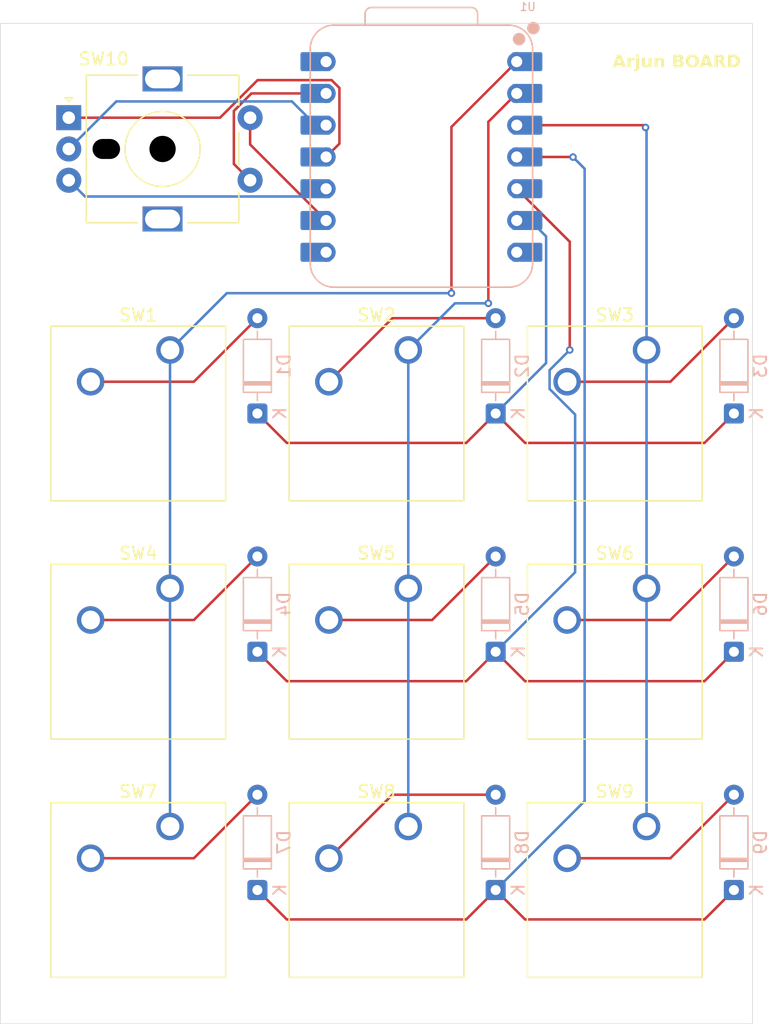
<source format=kicad_pcb>
(kicad_pcb (version 20241229) (generator "pcbnew") (generator_version "9.0")
  (layers (0 "F.Cu" signal) (2 "B.Cu" signal) (13 "F.Paste" user) (15 "B.Paste" user) (5 "F.SilkS" user "F.Silkscreen") (7 "B.SilkS" user "B.Silkscreen") (1 "F.Mask" user) (3 "B.Mask" user) (25 "Edge.Cuts" user))
  (net 0 "")
  (net 1 "Net-(D1-A)")
  (net 2 "Row 0")
  (net 3 "Net-(D2-A)")
  (net 4 "Net-(D3-A)")
  (net 5 "Net-(D4-A)")
  (net 6 "Row 1")
  (net 7 "Net-(D5-A)")
  (net 8 "Net-(D6-A)")
  (net 9 "Net-(D7-A)")
  (net 10 "Row 2")
  (net 11 "Net-(D8-A)")
  (net 12 "Net-(D9-A)")
  (net 13 "Column 0")
  (net 14 "Column 1")
  (net 15 "Column 2")
  (net 16 "GND")
  (net 17 "3.3V")
  (net 18 "Rot B")
  (net 19 "Rot A")
  (net 20 "Rot Switch")
  (net 21 "+5V")
  (footprint "Button_Switch_Keyboard:SW_Cherry_MX_1.00u_PCB" (layer "F.Cu") (at 133.49 101.97)
    (property "Reference" "SW4" (at -2.54 -2.794 0) (layer "F.SilkS"))
    (property "Value" "SW_Push")
    (fp_line (start -9.525 -1.905) (end 4.445 -1.905) (stroke (width 0.12)) (layer "F.SilkS"))
    (fp_line (start -9.525 12.065) (end -9.525 -1.905) (stroke (width 0.12)) (layer "F.SilkS"))
    (fp_line (start 4.445 -1.905) (end 4.445 12.065) (stroke (width 0.12)) (layer "F.SilkS"))
    (fp_line (start 4.445 12.065) (end -9.525 12.065) (stroke (width 0.12)) (layer "F.SilkS"))
    (pad "" np_thru_hole circle (at -7.62 5.08) (size 1.7 1.7) (drill 1.7) (layers "*.Cu" "*.Mask"))
    (pad "" np_thru_hole circle (at -2.54 5.08) (size 4 4) (drill 4) (layers "*.Cu" "*.Mask"))
    (pad "" np_thru_hole circle (at 2.54 5.08) (size 1.7 1.7) (drill 1.7) (layers "*.Cu" "*.Mask"))
    (pad "1" thru_hole circle (at 0 0) (size 2.2 2.2) (drill 1.5) (layers "*.Cu" "*.Mask") (net 13 "Column 0"))
    (pad "2" thru_hole circle (at -6.35 2.54) (size 2.2 2.2) (drill 1.5) (layers "*.Cu" "*.Mask") (net 5 "Net-(D4-A)"))
  )
  (footprint "Button_Switch_Keyboard:SW_Cherry_MX_1.00u_PCB" (layer "F.Cu") (at 152.54 101.97)
    (property "Reference" "SW5" (at -2.54 -2.794 0) (layer "F.SilkS"))
    (property "Value" "SW_Push")
    (fp_line (start -9.525 -1.905) (end 4.445 -1.905) (stroke (width 0.12)) (layer "F.SilkS"))
    (fp_line (start -9.525 12.065) (end -9.525 -1.905) (stroke (width 0.12)) (layer "F.SilkS"))
    (fp_line (start 4.445 -1.905) (end 4.445 12.065) (stroke (width 0.12)) (layer "F.SilkS"))
    (fp_line (start 4.445 12.065) (end -9.525 12.065) (stroke (width 0.12)) (layer "F.SilkS"))
    (pad "" np_thru_hole circle (at -7.62 5.08) (size 1.7 1.7) (drill 1.7) (layers "*.Cu" "*.Mask"))
    (pad "" np_thru_hole circle (at -2.54 5.08) (size 4 4) (drill 4) (layers "*.Cu" "*.Mask"))
    (pad "" np_thru_hole circle (at 2.54 5.08) (size 1.7 1.7) (drill 1.7) (layers "*.Cu" "*.Mask"))
    (pad "1" thru_hole circle (at 0 0) (size 2.2 2.2) (drill 1.5) (layers "*.Cu" "*.Mask") (net 14 "Column 1"))
    (pad "2" thru_hole circle (at -6.35 2.54) (size 2.2 2.2) (drill 1.5) (layers "*.Cu" "*.Mask") (net 7 "Net-(D5-A)"))
  )
  (footprint "Button_Switch_Keyboard:SW_Cherry_MX_1.00u_PCB" (layer "F.Cu") (at 152.54 121.02)
    (property "Reference" "SW8" (at -2.54 -2.794 0) (layer "F.SilkS"))
    (property "Value" "SW_Push")
    (fp_line (start -9.525 -1.905) (end 4.445 -1.905) (stroke (width 0.12)) (layer "F.SilkS"))
    (fp_line (start -9.525 12.065) (end -9.525 -1.905) (stroke (width 0.12)) (layer "F.SilkS"))
    (fp_line (start 4.445 -1.905) (end 4.445 12.065) (stroke (width 0.12)) (layer "F.SilkS"))
    (fp_line (start 4.445 12.065) (end -9.525 12.065) (stroke (width 0.12)) (layer "F.SilkS"))
    (pad "" np_thru_hole circle (at -7.62 5.08) (size 1.7 1.7) (drill 1.7) (layers "*.Cu" "*.Mask"))
    (pad "" np_thru_hole circle (at -2.54 5.08) (size 4 4) (drill 4) (layers "*.Cu" "*.Mask"))
    (pad "" np_thru_hole circle (at 2.54 5.08) (size 1.7 1.7) (drill 1.7) (layers "*.Cu" "*.Mask"))
    (pad "1" thru_hole circle (at 0 0) (size 2.2 2.2) (drill 1.5) (layers "*.Cu" "*.Mask") (net 14 "Column 1"))
    (pad "2" thru_hole circle (at -6.35 2.54) (size 2.2 2.2) (drill 1.5) (layers "*.Cu" "*.Mask") (net 11 "Net-(D8-A)"))
  )
  (footprint "Button_Switch_Keyboard:SW_Cherry_MX_1.00u_PCB" (layer "F.Cu") (at 171.59 82.92)
    (property "Reference" "SW3" (at -2.54 -2.794 0) (layer "F.SilkS"))
    (property "Value" "SW_Push")
    (fp_line (start -9.525 -1.905) (end 4.445 -1.905) (stroke (width 0.12)) (layer "F.SilkS"))
    (fp_line (start -9.525 12.065) (end -9.525 -1.905) (stroke (width 0.12)) (layer "F.SilkS"))
    (fp_line (start 4.445 -1.905) (end 4.445 12.065) (stroke (width 0.12)) (layer "F.SilkS"))
    (fp_line (start 4.445 12.065) (end -9.525 12.065) (stroke (width 0.12)) (layer "F.SilkS"))
    (pad "" np_thru_hole circle (at -7.62 5.08) (size 1.7 1.7) (drill 1.7) (layers "*.Cu" "*.Mask"))
    (pad "" np_thru_hole circle (at -2.54 5.08) (size 4 4) (drill 4) (layers "*.Cu" "*.Mask"))
    (pad "" np_thru_hole circle (at 2.54 5.08) (size 1.7 1.7) (drill 1.7) (layers "*.Cu" "*.Mask"))
    (pad "1" thru_hole circle (at 0 0) (size 2.2 2.2) (drill 1.5) (layers "*.Cu" "*.Mask") (net 15 "Column 2"))
    (pad "2" thru_hole circle (at -6.35 2.54) (size 2.2 2.2) (drill 1.5) (layers "*.Cu" "*.Mask") (net 4 "Net-(D3-A)"))
  )
  (footprint "Button_Switch_Keyboard:SW_Cherry_MX_1.00u_PCB" (layer "F.Cu") (at 152.54 82.92)
    (property "Reference" "SW2" (at -2.54 -2.794 0) (layer "F.SilkS"))
    (property "Value" "SW_Push")
    (fp_line (start -9.525 -1.905) (end 4.445 -1.905) (stroke (width 0.12)) (layer "F.SilkS"))
    (fp_line (start -9.525 12.065) (end -9.525 -1.905) (stroke (width 0.12)) (layer "F.SilkS"))
    (fp_line (start 4.445 -1.905) (end 4.445 12.065) (stroke (width 0.12)) (layer "F.SilkS"))
    (fp_line (start 4.445 12.065) (end -9.525 12.065) (stroke (width 0.12)) (layer "F.SilkS"))
    (pad "" np_thru_hole circle (at -7.62 5.08) (size 1.7 1.7) (drill 1.7) (layers "*.Cu" "*.Mask"))
    (pad "" np_thru_hole circle (at -2.54 5.08) (size 4 4) (drill 4) (layers "*.Cu" "*.Mask"))
    (pad "" np_thru_hole circle (at 2.54 5.08) (size 1.7 1.7) (drill 1.7) (layers "*.Cu" "*.Mask"))
    (pad "1" thru_hole circle (at 0 0) (size 2.2 2.2) (drill 1.5) (layers "*.Cu" "*.Mask") (net 14 "Column 1"))
    (pad "2" thru_hole circle (at -6.35 2.54) (size 2.2 2.2) (drill 1.5) (layers "*.Cu" "*.Mask") (net 3 "Net-(D2-A)"))
  )
  (footprint "Button_Switch_Keyboard:SW_Cherry_MX_1.00u_PCB" (layer "F.Cu") (at 171.59 101.97)
    (property "Reference" "SW6" (at -2.54 -2.794 0) (layer "F.SilkS"))
    (property "Value" "SW_Push")
    (fp_line (start -9.525 -1.905) (end 4.445 -1.905) (stroke (width 0.12)) (layer "F.SilkS"))
    (fp_line (start -9.525 12.065) (end -9.525 -1.905) (stroke (width 0.12)) (layer "F.SilkS"))
    (fp_line (start 4.445 -1.905) (end 4.445 12.065) (stroke (width 0.12)) (layer "F.SilkS"))
    (fp_line (start 4.445 12.065) (end -9.525 12.065) (stroke (width 0.12)) (layer "F.SilkS"))
    (pad "" np_thru_hole circle (at -7.62 5.08) (size 1.7 1.7) (drill 1.7) (layers "*.Cu" "*.Mask"))
    (pad "" np_thru_hole circle (at -2.54 5.08) (size 4 4) (drill 4) (layers "*.Cu" "*.Mask"))
    (pad "" np_thru_hole circle (at 2.54 5.08) (size 1.7 1.7) (drill 1.7) (layers "*.Cu" "*.Mask"))
    (pad "1" thru_hole circle (at 0 0) (size 2.2 2.2) (drill 1.5) (layers "*.Cu" "*.Mask") (net 15 "Column 2"))
    (pad "2" thru_hole circle (at -6.35 2.54) (size 2.2 2.2) (drill 1.5) (layers "*.Cu" "*.Mask") (net 8 "Net-(D6-A)"))
  )
  (footprint "Rotary_Encoder:RotaryEncoder_Alps_EC11E-Switch_Vertical_H20mm_MountingHoles" (layer "F.Cu") (at 125.39375 64.35)
    (property "Reference" "SW10" (at 2.8 -4.7 0) (layer "F.SilkS"))
    (property "Value" "RotaryEncoder_Switch")
    (fp_line (start -0.3 -1.6) (end 0.3 -1.6) (stroke (width 0.12)) (layer "F.SilkS"))
    (fp_line (start 0 -1.3) (end -0.3 -1.6) (stroke (width 0.12)) (layer "F.SilkS"))
    (fp_line (start 0.3 -1.6) (end 0 -1.3) (stroke (width 0.12)) (layer "F.SilkS"))
    (fp_line (start 1.4 -3.4) (end 1.4 8.4) (stroke (width 0.12)) (layer "F.SilkS"))
    (fp_line (start 5.5 -3.4) (end 1.4 -3.4) (stroke (width 0.12)) (layer "F.SilkS"))
    (fp_line (start 5.5 8.4) (end 1.4 8.4) (stroke (width 0.12)) (layer "F.SilkS"))
    (fp_line (start 9.5 -3.4) (end 13.6 -3.4) (stroke (width 0.12)) (layer "F.SilkS"))
    (fp_line (start 13.6 -3.4) (end 13.6 -1) (stroke (width 0.12)) (layer "F.SilkS"))
    (fp_line (start 13.6 1.2) (end 13.6 3.8) (stroke (width 0.12)) (layer "F.SilkS"))
    (fp_line (start 13.6 6) (end 13.6 8.4) (stroke (width 0.12)) (layer "F.SilkS"))
    (fp_line (start 13.6 8.4) (end 9.5 8.4) (stroke (width 0.12)) (layer "F.SilkS"))
    (fp_circle (center 7.5 2.5) (end 10.5 2.5) (stroke (width 0.12)) (fill no) (layer "F.SilkS"))
    (pad "" np_thru_hole oval (at 3 2.5) (size 2.2 1.6) (drill oval 2.2 1.6) (layers "*.Mask"))
    (pad "" np_thru_hole circle (at 7.5 2.5) (size 2.1 2.1) (drill 2.1) (layers "*.Mask"))
    (pad "A" thru_hole rect (at 0 0) (size 2 2) (drill 1) (layers "*.Cu" "*.Mask") (net 19 "Rot A"))
    (pad "B" thru_hole circle (at 0 5) (size 2 2) (drill 1) (layers "*.Cu" "*.Mask") (net 18 "Rot B"))
    (pad "C" thru_hole circle (at 0 2.5) (size 2 2) (drill 1) (layers "*.Cu" "*.Mask") (net 17 "3.3V"))
    (pad "MP" thru_hole rect (at 7.5 -3.1) (size 3.2 2) (drill oval 2.8 1.5) (layers "*.Cu" "*.Mask"))
    (pad "MP" thru_hole rect (at 7.5 8.1) (size 3.2 2) (drill oval 2.8 1.5) (layers "*.Cu" "*.Mask"))
    (pad "S1" thru_hole circle (at 14.5 5) (size 2 2) (drill 1) (layers "*.Cu" "*.Mask") (net 16 "GND"))
    (pad "S2" thru_hole circle (at 14.5 0) (size 2 2) (drill 1) (layers "*.Cu" "*.Mask") (net 20 "Rot Switch"))
  )
  (footprint "Button_Switch_Keyboard:SW_Cherry_MX_1.00u_PCB" (layer "F.Cu") (at 133.49 121.02)
    (property "Reference" "SW7" (at -2.54 -2.794 0) (layer "F.SilkS"))
    (property "Value" "SW_Push")
    (fp_line (start -9.525 -1.905) (end 4.445 -1.905) (stroke (width 0.12)) (layer "F.SilkS"))
    (fp_line (start -9.525 12.065) (end -9.525 -1.905) (stroke (width 0.12)) (layer "F.SilkS"))
    (fp_line (start 4.445 -1.905) (end 4.445 12.065) (stroke (width 0.12)) (layer "F.SilkS"))
    (fp_line (start 4.445 12.065) (end -9.525 12.065) (stroke (width 0.12)) (layer "F.SilkS"))
    (pad "" np_thru_hole circle (at -7.62 5.08) (size 1.7 1.7) (drill 1.7) (layers "*.Cu" "*.Mask"))
    (pad "" np_thru_hole circle (at -2.54 5.08) (size 4 4) (drill 4) (layers "*.Cu" "*.Mask"))
    (pad "" np_thru_hole circle (at 2.54 5.08) (size 1.7 1.7) (drill 1.7) (layers "*.Cu" "*.Mask"))
    (pad "1" thru_hole circle (at 0 0) (size 2.2 2.2) (drill 1.5) (layers "*.Cu" "*.Mask") (net 13 "Column 0"))
    (pad "2" thru_hole circle (at -6.35 2.54) (size 2.2 2.2) (drill 1.5) (layers "*.Cu" "*.Mask") (net 9 "Net-(D7-A)"))
  )
  (footprint "Button_Switch_Keyboard:SW_Cherry_MX_1.00u_PCB" (layer "F.Cu") (at 133.49 82.92)
    (property "Reference" "SW1" (at -2.54 -2.794 0) (layer "F.SilkS"))
    (property "Value" "SW_Push")
    (fp_line (start -9.525 -1.905) (end 4.445 -1.905) (stroke (width 0.12)) (layer "F.SilkS"))
    (fp_line (start -9.525 12.065) (end -9.525 -1.905) (stroke (width 0.12)) (layer "F.SilkS"))
    (fp_line (start 4.445 -1.905) (end 4.445 12.065) (stroke (width 0.12)) (layer "F.SilkS"))
    (fp_line (start 4.445 12.065) (end -9.525 12.065) (stroke (width 0.12)) (layer "F.SilkS"))
    (pad "" np_thru_hole circle (at -7.62 5.08) (size 1.7 1.7) (drill 1.7) (layers "*.Cu" "*.Mask"))
    (pad "" np_thru_hole circle (at -2.54 5.08) (size 4 4) (drill 4) (layers "*.Cu" "*.Mask"))
    (pad "" np_thru_hole circle (at 2.54 5.08) (size 1.7 1.7) (drill 1.7) (layers "*.Cu" "*.Mask"))
    (pad "1" thru_hole circle (at 0 0) (size 2.2 2.2) (drill 1.5) (layers "*.Cu" "*.Mask") (net 13 "Column 0"))
    (pad "2" thru_hole circle (at -6.35 2.54) (size 2.2 2.2) (drill 1.5) (layers "*.Cu" "*.Mask") (net 1 "Net-(D1-A)"))
  )
  (footprint "Button_Switch_Keyboard:SW_Cherry_MX_1.00u_PCB" (layer "F.Cu") (at 171.59 121.02)
    (property "Reference" "SW9" (at -2.54 -2.794 0) (layer "F.SilkS"))
    (property "Value" "SW_Push")
    (fp_line (start -9.525 -1.905) (end 4.445 -1.905) (stroke (width 0.12)) (layer "F.SilkS"))
    (fp_line (start -9.525 12.065) (end -9.525 -1.905) (stroke (width 0.12)) (layer "F.SilkS"))
    (fp_line (start 4.445 -1.905) (end 4.445 12.065) (stroke (width 0.12)) (layer "F.SilkS"))
    (fp_line (start 4.445 12.065) (end -9.525 12.065) (stroke (width 0.12)) (layer "F.SilkS"))
    (pad "" np_thru_hole circle (at -7.62 5.08) (size 1.7 1.7) (drill 1.7) (layers "*.Cu" "*.Mask"))
    (pad "" np_thru_hole circle (at -2.54 5.08) (size 4 4) (drill 4) (layers "*.Cu" "*.Mask"))
    (pad "" np_thru_hole circle (at 2.54 5.08) (size 1.7 1.7) (drill 1.7) (layers "*.Cu" "*.Mask"))
    (pad "1" thru_hole circle (at 0 0) (size 2.2 2.2) (drill 1.5) (layers "*.Cu" "*.Mask") (net 15 "Column 2"))
    (pad "2" thru_hole circle (at -6.35 2.54) (size 2.2 2.2) (drill 1.5) (layers "*.Cu" "*.Mask") (net 12 "Net-(D9-A)"))
  )
  (footprint "Diode_THT:D_DO-35_SOD27_P7.62mm_Horizontal" (layer "B.Cu") (at 140.475 126.1 90)
    (property "Reference" "D7" (at 3.81 2.12 270) (layer "B.SilkS") (effects (justify mirror)))
    (property "Value" "1N4148WT")
    (fp_line (start 6.58 0) (end 5.93 0) (stroke (width 0.12)) (layer "B.SilkS"))
    (fp_line (start 1.04 0) (end 1.69 0) (stroke (width 0.12)) (layer "B.SilkS"))
    (fp_line (start 2.53 1.12) (end 2.53 -1.12) (stroke (width 0.12)) (layer "B.SilkS"))
    (fp_line (start 2.41 1.12) (end 2.41 -1.12) (stroke (width 0.12)) (layer "B.SilkS"))
    (fp_line (start 2.29 1.12) (end 2.29 -1.12) (stroke (width 0.12)) (layer "B.SilkS"))
    (fp_rect (start 1.69 1.12) (end 5.93 -1.12) (stroke (width 0.12)) (fill no) (layer "B.SilkS"))
    (fp_text user "K" (at 0 1.8 270) (layer "B.SilkS") (effects (justify mirror)))
    (pad "1" thru_hole roundrect (at 0 0 90) (size 1.6 1.6) (drill 0.8) (layers "*.Cu" "*.Mask") (roundrect_rratio 0.15625) (net 10 "Row 2"))
    (pad "2" thru_hole circle (at 7.62 0 90) (size 1.6 1.6) (drill 0.8) (layers "*.Cu" "*.Mask") (net 9 "Net-(D7-A)"))
  )
  (footprint "Diode_THT:D_DO-35_SOD27_P7.62mm_Horizontal" (layer "B.Cu") (at 178.575 88 90)
    (property "Reference" "D3" (at 3.81 2.12 270) (layer "B.SilkS") (effects (justify mirror)))
    (property "Value" "1N4148WT")
    (fp_line (start 6.58 0) (end 5.93 0) (stroke (width 0.12)) (layer "B.SilkS"))
    (fp_line (start 1.04 0) (end 1.69 0) (stroke (width 0.12)) (layer "B.SilkS"))
    (fp_line (start 2.53 1.12) (end 2.53 -1.12) (stroke (width 0.12)) (layer "B.SilkS"))
    (fp_line (start 2.41 1.12) (end 2.41 -1.12) (stroke (width 0.12)) (layer "B.SilkS"))
    (fp_line (start 2.29 1.12) (end 2.29 -1.12) (stroke (width 0.12)) (layer "B.SilkS"))
    (fp_rect (start 1.69 1.12) (end 5.93 -1.12) (stroke (width 0.12)) (fill no) (layer "B.SilkS"))
    (fp_text user "K" (at 0 1.8 270) (layer "B.SilkS") (effects (justify mirror)))
    (pad "1" thru_hole roundrect (at 0 0 90) (size 1.6 1.6) (drill 0.8) (layers "*.Cu" "*.Mask") (roundrect_rratio 0.15625) (net 2 "Row 0"))
    (pad "2" thru_hole circle (at 7.62 0 90) (size 1.6 1.6) (drill 0.8) (layers "*.Cu" "*.Mask") (net 4 "Net-(D3-A)"))
  )
  (footprint "Diode_THT:D_DO-35_SOD27_P7.62mm_Horizontal" (layer "B.Cu") (at 140.475 107.05 90)
    (property "Reference" "D4" (at 3.81 2.12 270) (layer "B.SilkS") (effects (justify mirror)))
    (property "Value" "1N4148WT")
    (fp_line (start 6.58 0) (end 5.93 0) (stroke (width 0.12)) (layer "B.SilkS"))
    (fp_line (start 1.04 0) (end 1.69 0) (stroke (width 0.12)) (layer "B.SilkS"))
    (fp_line (start 2.53 1.12) (end 2.53 -1.12) (stroke (width 0.12)) (layer "B.SilkS"))
    (fp_line (start 2.41 1.12) (end 2.41 -1.12) (stroke (width 0.12)) (layer "B.SilkS"))
    (fp_line (start 2.29 1.12) (end 2.29 -1.12) (stroke (width 0.12)) (layer "B.SilkS"))
    (fp_rect (start 1.69 1.12) (end 5.93 -1.12) (stroke (width 0.12)) (fill no) (layer "B.SilkS"))
    (fp_text user "K" (at 0 1.8 270) (layer "B.SilkS") (effects (justify mirror)))
    (pad "1" thru_hole roundrect (at 0 0 90) (size 1.6 1.6) (drill 0.8) (layers "*.Cu" "*.Mask") (roundrect_rratio 0.15625) (net 6 "Row 1"))
    (pad "2" thru_hole circle (at 7.62 0 90) (size 1.6 1.6) (drill 0.8) (layers "*.Cu" "*.Mask") (net 5 "Net-(D4-A)"))
  )
  (footprint "Diode_THT:D_DO-35_SOD27_P7.62mm_Horizontal" (layer "B.Cu") (at 159.525 107.05 90)
    (property "Reference" "D5" (at 3.81 2.12 270) (layer "B.SilkS") (effects (justify mirror)))
    (property "Value" "1N4148WT")
    (fp_line (start 6.58 0) (end 5.93 0) (stroke (width 0.12)) (layer "B.SilkS"))
    (fp_line (start 1.04 0) (end 1.69 0) (stroke (width 0.12)) (layer "B.SilkS"))
    (fp_line (start 2.53 1.12) (end 2.53 -1.12) (stroke (width 0.12)) (layer "B.SilkS"))
    (fp_line (start 2.41 1.12) (end 2.41 -1.12) (stroke (width 0.12)) (layer "B.SilkS"))
    (fp_line (start 2.29 1.12) (end 2.29 -1.12) (stroke (width 0.12)) (layer "B.SilkS"))
    (fp_rect (start 1.69 1.12) (end 5.93 -1.12) (stroke (width 0.12)) (fill no) (layer "B.SilkS"))
    (fp_text user "K" (at 0 1.8 270) (layer "B.SilkS") (effects (justify mirror)))
    (pad "1" thru_hole roundrect (at 0 0 90) (size 1.6 1.6) (drill 0.8) (layers "*.Cu" "*.Mask") (roundrect_rratio 0.15625) (net 6 "Row 1"))
    (pad "2" thru_hole circle (at 7.62 0 90) (size 1.6 1.6) (drill 0.8) (layers "*.Cu" "*.Mask") (net 7 "Net-(D5-A)"))
  )
  (footprint "Diode_THT:D_DO-35_SOD27_P7.62mm_Horizontal" (layer "B.Cu") (at 178.575 126.1 90)
    (property "Reference" "D9" (at 3.81 2.12 270) (layer "B.SilkS") (effects (justify mirror)))
    (property "Value" "1N4148WT")
    (fp_line (start 6.58 0) (end 5.93 0) (stroke (width 0.12)) (layer "B.SilkS"))
    (fp_line (start 1.04 0) (end 1.69 0) (stroke (width 0.12)) (layer "B.SilkS"))
    (fp_line (start 2.53 1.12) (end 2.53 -1.12) (stroke (width 0.12)) (layer "B.SilkS"))
    (fp_line (start 2.41 1.12) (end 2.41 -1.12) (stroke (width 0.12)) (layer "B.SilkS"))
    (fp_line (start 2.29 1.12) (end 2.29 -1.12) (stroke (width 0.12)) (layer "B.SilkS"))
    (fp_rect (start 1.69 1.12) (end 5.93 -1.12) (stroke (width 0.12)) (fill no) (layer "B.SilkS"))
    (fp_text user "K" (at 0 1.8 270) (layer "B.SilkS") (effects (justify mirror)))
    (pad "1" thru_hole roundrect (at 0 0 90) (size 1.6 1.6) (drill 0.8) (layers "*.Cu" "*.Mask") (roundrect_rratio 0.15625) (net 10 "Row 2"))
    (pad "2" thru_hole circle (at 7.62 0 90) (size 1.6 1.6) (drill 0.8) (layers "*.Cu" "*.Mask") (net 12 "Net-(D9-A)"))
  )
  (footprint "Diode_THT:D_DO-35_SOD27_P7.62mm_Horizontal" (layer "B.Cu") (at 159.525 126.1 90)
    (property "Reference" "D8" (at 3.81 2.12 270) (layer "B.SilkS") (effects (justify mirror)))
    (property "Value" "1N4148WT")
    (fp_line (start 6.58 0) (end 5.93 0) (stroke (width 0.12)) (layer "B.SilkS"))
    (fp_line (start 1.04 0) (end 1.69 0) (stroke (width 0.12)) (layer "B.SilkS"))
    (fp_line (start 2.53 1.12) (end 2.53 -1.12) (stroke (width 0.12)) (layer "B.SilkS"))
    (fp_line (start 2.41 1.12) (end 2.41 -1.12) (stroke (width 0.12)) (layer "B.SilkS"))
    (fp_line (start 2.29 1.12) (end 2.29 -1.12) (stroke (width 0.12)) (layer "B.SilkS"))
    (fp_rect (start 1.69 1.12) (end 5.93 -1.12) (stroke (width 0.12)) (fill no) (layer "B.SilkS"))
    (fp_text user "K" (at 0 1.8 270) (layer "B.SilkS") (effects (justify mirror)))
    (pad "1" thru_hole roundrect (at 0 0 90) (size 1.6 1.6) (drill 0.8) (layers "*.Cu" "*.Mask") (roundrect_rratio 0.15625) (net 10 "Row 2"))
    (pad "2" thru_hole circle (at 7.62 0 90) (size 1.6 1.6) (drill 0.8) (layers "*.Cu" "*.Mask") (net 11 "Net-(D8-A)"))
  )
  (footprint "Diode_THT:D_DO-35_SOD27_P7.62mm_Horizontal" (layer "B.Cu") (at 140.475 88 90)
    (property "Reference" "D1" (at 3.81 2.12 270) (layer "B.SilkS") (effects (justify mirror)))
    (property "Value" "1N4148WT")
    (fp_line (start 6.58 0) (end 5.93 0) (stroke (width 0.12)) (layer "B.SilkS"))
    (fp_line (start 1.04 0) (end 1.69 0) (stroke (width 0.12)) (layer "B.SilkS"))
    (fp_line (start 2.53 1.12) (end 2.53 -1.12) (stroke (width 0.12)) (layer "B.SilkS"))
    (fp_line (start 2.41 1.12) (end 2.41 -1.12) (stroke (width 0.12)) (layer "B.SilkS"))
    (fp_line (start 2.29 1.12) (end 2.29 -1.12) (stroke (width 0.12)) (layer "B.SilkS"))
    (fp_rect (start 1.69 1.12) (end 5.93 -1.12) (stroke (width 0.12)) (fill no) (layer "B.SilkS"))
    (fp_text user "K" (at 0 1.8 270) (layer "B.SilkS") (effects (justify mirror)))
    (pad "1" thru_hole roundrect (at 0 0 90) (size 1.6 1.6) (drill 0.8) (layers "*.Cu" "*.Mask") (roundrect_rratio 0.15625) (net 2 "Row 0"))
    (pad "2" thru_hole circle (at 7.62 0 90) (size 1.6 1.6) (drill 0.8) (layers "*.Cu" "*.Mask") (net 1 "Net-(D1-A)"))
  )
  (footprint "OPL:XIAO-RP2040-DIP" (layer "B.Cu") (at 153.59 67.4885 180)
    (property "Reference" "U1" (at -8.5 12 0) (layer "B.SilkS") (effects (font (size 0.635 0.635) (thickness 0.1016)) (justify mirror)))
    (property "Value" "XIAO-RP2040-DIP")
    (fp_line (start 8.89 -8.509) (end 8.89 8.636) (stroke (width 0.127)) (layer "B.SilkS"))
    (fp_line (start 6.985 10.541) (end -6.985 10.541) (stroke (width 0.1)) (layer "B.SilkS"))
    (fp_line (start 6.985 10.541) (end -6.985 10.541) (stroke (width 0.127)) (layer "B.SilkS"))
    (fp_line (start 4.504 11.451) (end 4.504 10.541) (stroke (width 0.127)) (layer "B.SilkS"))
    (fp_line (start -3.991272 11.951) (end 4.004 11.951) (stroke (width 0.127)) (layer "B.SilkS"))
    (fp_line (start -4.495 10.541) (end -4.491272 11.451272) (stroke (width 0.127)) (layer "B.SilkS"))
    (fp_line (start -6.985 -10.414) (end 6.985 -10.414) (stroke (width 0.127)) (layer "B.SilkS"))
    (fp_line (start -8.89 -8.509) (end -8.89 8.636) (stroke (width 0.127)) (layer "B.SilkS"))
    (fp_arc (start 8.89 8.636) (mid 8.332038 9.983038) (end 6.985 10.541) (stroke (width 0.127)) (layer "B.SilkS"))
    (fp_arc (start 6.985 -10.414) (mid 8.332038 -9.856038) (end 8.89 -8.509) (stroke (width 0.127)) (layer "B.SilkS"))
    (fp_arc (start 4.504 11.451) (mid 4.357553 11.804553) (end 4.004 11.951) (stroke (width 0.127)) (layer "B.SilkS"))
    (fp_arc (start -3.991272 11.951) (mid -4.344724 11.804644) (end -4.491272 11.451272) (stroke (width 0.127)) (layer "B.SilkS"))
    (fp_arc (start -6.985 10.541) (mid -8.332038 9.983038) (end -8.89 8.636) (stroke (width 0.127)) (layer "B.SilkS"))
    (fp_arc (start -8.89 -8.509) (mid -8.332038 -9.856038) (end -6.985 -10.414) (stroke (width 0.127)) (layer "B.SilkS"))
    (fp_circle (center -7.807 9.42) (end -7.807 9.674) (stroke (width 0.5)) (fill yes) (layer "B.SilkS"))
    (fp_circle (center -8.95 10.3) (end -8.95 10.554) (stroke (width 0.5)) (fill yes) (layer "B.SilkS"))
    (pad "1" smd roundrect (at -8.455 7.62) (size 2.432 1.524) (layers "B.Cu" "B.Mask") (roundrect_rratio 0.1) (net 13 "Column 0"))
    (pad "1" thru_hole circle (at -7.62 7.62) (size 1.524 1.524) (drill 0.889) (layers "*.Cu" "*.Mask") (net 13 "Column 0"))
    (pad "2" smd roundrect (at -8.455 5.08) (size 2.432 1.524) (layers "B.Cu" "B.Mask") (roundrect_rratio 0.1) (net 14 "Column 1"))
    (pad "2" thru_hole circle (at -7.62 5.08) (size 1.524 1.524) (drill 0.889) (layers "*.Cu" "*.Mask") (net 14 "Column 1"))
    (pad "3" smd roundrect (at -8.455 2.54) (size 2.432 1.524) (layers "B.Cu" "B.Mask") (roundrect_rratio 0.1) (net 15 "Column 2"))
    (pad "3" thru_hole circle (at -7.62 2.54) (size 1.524 1.524) (drill 0.889) (layers "*.Cu" "*.Mask") (net 15 "Column 2"))
    (pad "4" smd roundrect (at -8.455 0) (size 2.432 1.524) (layers "B.Cu" "B.Mask") (roundrect_rratio 0.1) (net 10 "Row 2"))
    (pad "4" thru_hole circle (at -7.62 0) (size 1.524 1.524) (drill 0.889) (layers "*.Cu" "*.Mask") (net 10 "Row 2"))
    (pad "5" smd roundrect (at -8.455 -2.54) (size 2.432 1.524) (layers "B.Cu" "B.Mask") (roundrect_rratio 0.1) (net 6 "Row 1"))
    (pad "5" thru_hole circle (at -7.62 -2.54) (size 1.524 1.524) (drill 0.889) (layers "*.Cu" "*.Mask") (net 6 "Row 1"))
    (pad "6" smd roundrect (at -8.455 -5.08) (size 2.432 1.524) (layers "B.Cu" "B.Mask") (roundrect_rratio 0.1) (net 2 "Row 0"))
    (pad "6" thru_hole circle (at -7.62 -5.08) (size 1.524 1.524) (drill 0.889) (layers "*.Cu" "*.Mask") (net 2 "Row 0"))
    (pad "7" smd roundrect (at -8.455 -7.62) (size 2.432 1.524) (layers "B.Cu" "B.Mask") (roundrect_rratio 0.1))
    (pad "7" thru_hole circle (at -7.62 -7.62) (size 1.524 1.524) (drill 0.889) (layers "*.Cu" "*.Mask"))
    (pad "8" thru_hole circle (at 7.62 -7.62 180) (size 1.524 1.524) (drill 0.889) (layers "*.Cu" "*.Mask"))
    (pad "8" smd roundrect (at 8.455 -7.62 180) (size 2.432 1.524) (layers "B.Cu" "B.Mask") (roundrect_rratio 0.1))
    (pad "9" thru_hole circle (at 7.62 -5.08 180) (size 1.524 1.524) (drill 0.889) (layers "*.Cu" "*.Mask") (net 20 "Rot Switch"))
    (pad "9" smd roundrect (at 8.455 -5.08 180) (size 2.432 1.524) (layers "B.Cu" "B.Mask") (roundrect_rratio 0.1) (net 20 "Rot Switch"))
    (pad "10" thru_hole circle (at 7.62 -2.54 180) (size 1.524 1.524) (drill 0.889) (layers "*.Cu" "*.Mask") (net 18 "Rot B"))
    (pad "10" smd roundrect (at 8.455 -2.54 180) (size 2.432 1.524) (layers "B.Cu" "B.Mask") (roundrect_rratio 0.1) (net 18 "Rot B"))
    (pad "11" thru_hole circle (at 7.62 0 180) (size 1.524 1.524) (drill 0.889) (layers "*.Cu" "*.Mask") (net 19 "Rot A"))
    (pad "11" smd roundrect (at 8.455 0 180) (size 2.432 1.524) (layers "B.Cu" "B.Mask") (roundrect_rratio 0.1) (net 19 "Rot A"))
    (pad "12" thru_hole circle (at 7.62 2.54 180) (size 1.524 1.524) (drill 0.889) (layers "*.Cu" "*.Mask") (net 17 "3.3V"))
    (pad "12" smd roundrect (at 8.455 2.54 180) (size 2.432 1.524) (layers "B.Cu" "B.Mask") (roundrect_rratio 0.1) (net 17 "3.3V"))
    (pad "13" thru_hole circle (at 7.62 5.08 180) (size 1.524 1.524) (drill 0.889) (layers "*.Cu" "*.Mask") (net 16 "GND"))
    (pad "13" smd roundrect (at 8.455 5.08 180) (size 2.432 1.524) (layers "B.Cu" "B.Mask") (roundrect_rratio 0.1) (net 16 "GND"))
    (pad "14" thru_hole circle (at 7.62 7.62 180) (size 1.524 1.524) (drill 0.889) (layers "*.Cu" "*.Mask") (net 21 "+5V"))
    (pad "14" smd roundrect (at 8.455 7.62 180) (size 2.432 1.524) (layers "B.Cu" "B.Mask") (roundrect_rratio 0.1) (net 21 "+5V"))
  )
  (footprint "Diode_THT:D_DO-35_SOD27_P7.62mm_Horizontal" (layer "B.Cu") (at 159.525 88 90)
    (property "Reference" "D2" (at 3.81 2.12 270) (layer "B.SilkS") (effects (justify mirror)))
    (property "Value" "1N4148WT")
    (fp_line (start 6.58 0) (end 5.93 0) (stroke (width 0.12)) (layer "B.SilkS"))
    (fp_line (start 1.04 0) (end 1.69 0) (stroke (width 0.12)) (layer "B.SilkS"))
    (fp_line (start 2.53 1.12) (end 2.53 -1.12) (stroke (width 0.12)) (layer "B.SilkS"))
    (fp_line (start 2.41 1.12) (end 2.41 -1.12) (stroke (width 0.12)) (layer "B.SilkS"))
    (fp_line (start 2.29 1.12) (end 2.29 -1.12) (stroke (width 0.12)) (layer "B.SilkS"))
    (fp_rect (start 1.69 1.12) (end 5.93 -1.12) (stroke (width 0.12)) (fill no) (layer "B.SilkS"))
    (fp_text user "K" (at 0 1.8 270) (layer "B.SilkS") (effects (justify mirror)))
    (pad "1" thru_hole roundrect (at 0 0 90) (size 1.6 1.6) (drill 0.8) (layers "*.Cu" "*.Mask") (roundrect_rratio 0.15625) (net 2 "Row 0"))
    (pad "2" thru_hole circle (at 7.62 0 90) (size 1.6 1.6) (drill 0.8) (layers "*.Cu" "*.Mask") (net 3 "Net-(D2-A)"))
  )
  (footprint "Diode_THT:D_DO-35_SOD27_P7.62mm_Horizontal" (layer "B.Cu") (at 178.575 107.05 90)
    (property "Reference" "D6" (at 3.81 2.12 270) (layer "B.SilkS") (effects (justify mirror)))
    (property "Value" "1N4148WT")
    (fp_line (start 6.58 0) (end 5.93 0) (stroke (width 0.12)) (layer "B.SilkS"))
    (fp_line (start 1.04 0) (end 1.69 0) (stroke (width 0.12)) (layer "B.SilkS"))
    (fp_line (start 2.53 1.12) (end 2.53 -1.12) (stroke (width 0.12)) (layer "B.SilkS"))
    (fp_line (start 2.41 1.12) (end 2.41 -1.12) (stroke (width 0.12)) (layer "B.SilkS"))
    (fp_line (start 2.29 1.12) (end 2.29 -1.12) (stroke (width 0.12)) (layer "B.SilkS"))
    (fp_rect (start 1.69 1.12) (end 5.93 -1.12) (stroke (width 0.12)) (fill no) (layer "B.SilkS"))
    (fp_text user "K" (at 0 1.8 270) (layer "B.SilkS") (effects (justify mirror)))
    (pad "1" thru_hole roundrect (at 0 0 90) (size 1.6 1.6) (drill 0.8) (layers "*.Cu" "*.Mask") (roundrect_rratio 0.15625) (net 6 "Row 1"))
    (pad "2" thru_hole circle (at 7.62 0 90) (size 1.6 1.6) (drill 0.8) (layers "*.Cu" "*.Mask") (net 8 "Net-(D6-A)"))
  )
  (gr_rect (start 119.92 56.81) (end 180.06 136.79) (stroke (width 0.05)) (fill no) (layer "Edge.Cuts"))
  (gr_text "Arjun BOARD\n" (at 174 60.5 0) (layer "F.SilkS") (effects (font (size 1 1) (thickness 0.2) (bold yes) (italic yes)) (justify bottom)))
  (segment (start 135.395 85.46) (end 140.475 80.38) (width 0.2) (layer "F.Cu") (net 1))
  (segment (start 127.14 85.46) (end 135.395 85.46) (width 0.2) (layer "F.Cu") (net 1))
  (segment (start 140.475 88) (end 142.826 90.351) (width 0.2) (layer "F.Cu") (net 2))
  (segment (start 161.876 90.351) (end 176.224 90.351) (width 0.2) (layer "F.Cu") (net 2))
  (segment (start 159.525 88) (end 161.876 90.351) (width 0.2) (layer "F.Cu") (net 2))
  (segment (start 176.224 90.351) (end 178.575 88) (width 0.2) (layer "F.Cu") (net 2))
  (segment (start 142.826 90.351) (end 157.174 90.351) (width 0.2) (layer "F.Cu") (net 2))
  (segment (start 157.174 90.351) (end 159.525 88) (width 0.2) (layer "F.Cu") (net 2))
  (segment (start 163.562 83.963) (end 163.562 73.84287) (width 0.2) (layer "B.Cu") (net 2))
  (segment (start 163.562 73.84287) (end 162.28763 72.5685) (width 0.2) (layer "B.Cu") (net 2))
  (segment (start 159.525 88) (end 163.562 83.963) (width 0.2) (layer "B.Cu") (net 2))
  (segment (start 162.28763 72.5685) (end 161.21 72.5685) (width 0.2) (layer "B.Cu") (net 2))
  (segment (start 146.19 85.46) (end 151.27 80.38) (width 0.2) (layer "F.Cu") (net 3))
  (segment (start 151.27 80.38) (end 159.525 80.38) (width 0.2) (layer "F.Cu") (net 3))
  (segment (start 173.495 85.46) (end 178.575 80.38) (width 0.2) (layer "F.Cu") (net 4))
  (segment (start 165.24 85.46) (end 173.495 85.46) (width 0.2) (layer "F.Cu") (net 4))
  (segment (start 135.395 104.51) (end 140.475 99.43) (width 0.2) (layer "F.Cu") (net 5))
  (segment (start 127.14 104.51) (end 135.395 104.51) (width 0.2) (layer "F.Cu") (net 5))
  (segment (start 165.45 82.92) (end 165.45 74.2685) (width 0.2) (layer "F.Cu") (net 6))
  (segment (start 178.575 107.05) (end 178.33 107.05) (width 0.2) (layer "F.Cu") (net 6))
  (segment (start 140.475 107.05) (end 142.826 109.401) (width 0.2) (layer "F.Cu") (net 6))
  (segment (start 142.826 109.401) (end 157.174 109.401) (width 0.2) (layer "F.Cu") (net 6))
  (segment (start 157.174 109.401) (end 159.525 107.05) (width 0.2) (layer "F.Cu") (net 6))
  (segment (start 161.876 109.401) (end 176.224 109.401) (width 0.2) (layer "F.Cu") (net 6))
  (segment (start 165.45 74.2685) (end 161.21 70.0285) (width 0.2) (layer "F.Cu") (net 6))
  (segment (start 159.525 107.05) (end 161.876 109.401) (width 0.2) (layer "F.Cu") (net 6))
  (segment (start 176.224 109.401) (end 178.575 107.05) (width 0.2) (layer "F.Cu") (net 6))
  (via (at 165.45 82.92) (size 0.6) (drill 0.3) (layers "F.Cu" "B.Cu") (net 6))
  (segment (start 165.88 100.695) (end 165.88 88.081314) (width 0.2) (layer "B.Cu") (net 6))
  (segment (start 163.839 86.040314) (end 163.839 84.531) (width 0.2) (layer "B.Cu") (net 6))
  (segment (start 160.88387 70.04) (end 161.9615 70.04) (width 0.2) (layer "B.Cu") (net 6))
  (segment (start 165.88 88.081314) (end 163.839 86.040314) (width 0.2) (layer "B.Cu") (net 6))
  (segment (start 163.839 84.531) (end 165.45 82.92) (width 0.2) (layer "B.Cu") (net 6))
  (segment (start 159.525 107.05) (end 165.88 100.695) (width 0.2) (layer "B.Cu") (net 6))
  (segment (start 154.445 104.51) (end 159.525 99.43) (width 0.2) (layer "F.Cu") (net 7))
  (segment (start 146.19 104.51) (end 154.445 104.51) (width 0.2) (layer "F.Cu") (net 7))
  (segment (start 165.24 104.51) (end 173.495 104.51) (width 0.2) (layer "F.Cu") (net 8))
  (segment (start 173.495 104.51) (end 178.575 99.43) (width 0.2) (layer "F.Cu") (net 8))
  (segment (start 135.395 123.56) (end 140.475 118.48) (width 0.2) (layer "F.Cu") (net 9))
  (segment (start 127.14 123.56) (end 135.395 123.56) (width 0.2) (layer "F.Cu") (net 9))
  (segment (start 157.174 128.451) (end 159.525 126.1) (width 0.2) (layer "F.Cu") (net 10))
  (segment (start 176.224 128.451) (end 178.575 126.1) (width 0.2) (layer "F.Cu") (net 10))
  (segment (start 165.6985 67.4885) (end 161.21 67.4885) (width 0.2) (layer "F.Cu") (net 10))
  (segment (start 178.575 126.1) (end 177.86 126.1) (width 0.2) (layer "F.Cu") (net 10))
  (segment (start 161.876 128.451) (end 176.224 128.451) (width 0.2) (layer "F.Cu") (net 10))
  (segment (start 165.71 67.5) (end 165.6985 67.4885) (width 0.2) (layer "F.Cu") (net 10))
  (segment (start 140.475 126.1) (end 142.826 128.451) (width 0.2) (layer "F.Cu") (net 10))
  (segment (start 142.826 128.451) (end 157.174 128.451) (width 0.2) (layer "F.Cu") (net 10))
  (segment (start 159.525 126.1) (end 161.876 128.451) (width 0.2) (layer "F.Cu") (net 10))
  (via (at 165.71 67.5) (size 0.6) (drill 0.3) (layers "F.Cu" "B.Cu") (net 10))
  (segment (start 159.525 126.1) (end 166.641 118.984) (width 0.2) (layer "B.Cu") (net 10))
  (segment (start 166.641 118.984) (end 166.641 68.431) (width 0.2) (layer "B.Cu") (net 10))
  (segment (start 166.641 68.431) (end 165.71 67.5) (width 0.2) (layer "B.Cu") (net 10))
  (segment (start 159.525 118.48) (end 151.27 118.48) (width 0.2) (layer "F.Cu") (net 11))
  (segment (start 151.27 118.48) (end 146.19 123.56) (width 0.2) (layer "F.Cu") (net 11))
  (segment (start 173.495 123.56) (end 178.575 118.48) (width 0.2) (layer "F.Cu") (net 12))
  (segment (start 165.24 123.56) (end 173.495 123.56) (width 0.2) (layer "F.Cu") (net 12))
  (segment (start 155.99 65.0885) (end 161.21 59.8685) (width 0.2) (layer "F.Cu") (net 13))
  (segment (start 155.99 78.38) (end 155.99 65.0885) (width 0.2) (layer "F.Cu") (net 13))
  (via (at 155.99 78.38) (size 0.6) (drill 0.3) (layers "F.Cu" "B.Cu") (net 13))
  (segment (start 138.03 78.38) (end 155.99 78.38) (width 0.2) (layer "B.Cu") (net 13))
  (segment (start 133.49 82.92) (end 138.03 78.38) (width 0.2) (layer "B.Cu") (net 13))
  (segment (start 133.49 82.92) (end 133.49 121.02) (width 0.2) (layer "B.Cu") (net 13))
  (segment (start 158.94 64.6785) (end 161.21 62.4085) (width 0.2) (layer "F.Cu") (net 14))
  (segment (start 158.94 79.19) (end 158.94 64.6785) (width 0.2) (layer "F.Cu") (net 14))
  (via (at 158.94 79.19) (size 0.6) (drill 0.3) (layers "F.Cu" "B.Cu") (net 14))
  (segment (start 156.27 79.19) (end 158.94 79.19) (width 0.2) (layer "B.Cu") (net 14))
  (segment (start 152.54 82.92) (end 156.27 79.19) (width 0.2) (layer "B.Cu") (net 14))
  (segment (start 152.54 82.92) (end 152.54 121.02) (width 0.2) (layer "B.Cu") (net 14))
  (segment (start 171.51 65.13) (end 171.3285 64.9485) (width 0.2) (layer "F.Cu") (net 15))
  (segment (start 171.3285 64.9485) (end 161.21 64.9485) (width 0.2) (layer "F.Cu") (net 15))
  (via (at 171.51 65.13) (size 0.6) (drill 0.3) (layers "F.Cu" "B.Cu") (net 15))
  (segment (start 171.59 82.92) (end 171.59 65.21) (width 0.2) (layer "B.Cu") (net 15))
  (segment (start 171.59 82.92) (end 171.59 121.02) (width 0.2) (layer "B.Cu") (net 15))
  (segment (start 171.59 65.21) (end 171.51 65.13) (width 0.2) (layer "B.Cu") (net 15))
  (segment (start 139.89375 69.35) (end 138.59275 68.049) (width 0.2) (layer "F.Cu") (net 16))
  (segment (start 139.995358 62.4085) (end 145.97 62.4085) (width 0.2) (layer "F.Cu") (net 16))
  (segment (start 138.59275 68.049) (end 138.59275 63.811108) (width 0.2) (layer "F.Cu") (net 16))
  (segment (start 138.59275 63.811108) (end 139.995358 62.4085) (width 0.2) (layer "F.Cu") (net 16))
  (segment (start 125.39375 66.85) (end 125.39375 67.16625) (width 0.2) (layer "F.Cu") (net 17))
  (segment (start 125.39375 67.16625) (end 125.36 67.2) (width 0.2) (layer "F.Cu") (net 17))
  (segment (start 143.2355 63.049) (end 145.135 64.9485) (width 0.2) (layer "B.Cu") (net 17))
  (segment (start 129.19475 63.049) (end 143.2355 63.049) (width 0.2) (layer "B.Cu") (net 17))
  (segment (start 125.39375 66.85) (end 129.19475 63.049) (width 0.2) (layer "B.Cu") (net 17))
  (segment (start 145.3475 70.651) (end 145.97 70.0285) (width 0.2) (layer "B.Cu") (net 18))
  (segment (start 126.69475 70.651) (end 145.3475 70.651) (width 0.2) (layer "B.Cu") (net 18))
  (segment (start 125.39375 69.35) (end 126.69475 70.651) (width 0.2) (layer "B.Cu") (net 18))
  (segment (start 147.033 61.96819) (end 147.033 66.4255) (width 0.2) (layer "F.Cu") (net 19))
  (segment (start 146.41031 61.3455) (end 147.033 61.96819) (width 0.2) (layer "F.Cu") (net 19))
  (segment (start 147.033 66.4255) (end 145.97 67.4885) (width 0.2) (layer "F.Cu") (net 19))
  (segment (start 140.491258 61.3455) (end 146.41031 61.3455) (width 0.2) (layer "F.Cu") (net 19))
  (segment (start 137.486758 64.35) (end 140.491258 61.3455) (width 0.2) (layer "F.Cu") (net 19))
  (segment (start 125.39375 64.35) (end 137.486758 64.35) (width 0.2) (layer "F.Cu") (net 19))
  (segment (start 139.89375 64.35) (end 139.89375 66.49225) (width 0.2) (layer "F.Cu") (net 20))
  (segment (start 139.89375 66.49225) (end 145.97 72.5685) (width 0.2) (layer "F.Cu") (net 20))
)
</source>
